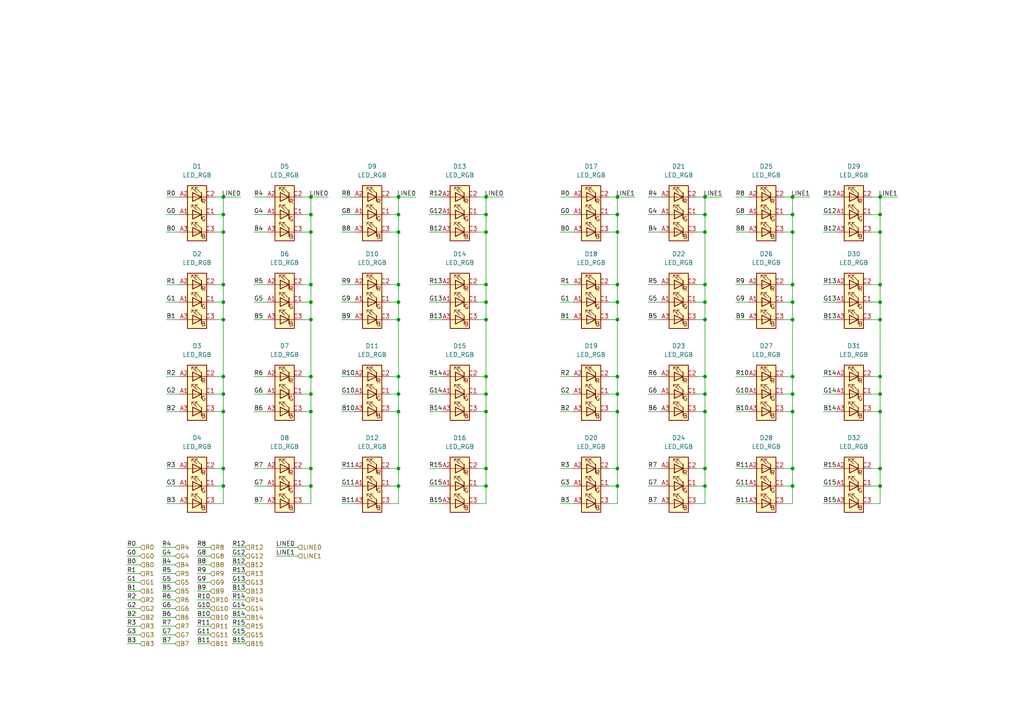
<source format=kicad_sch>
(kicad_sch (version 20250114) (generator "eeschema") (generator_version "9.0")
  (paper "A4")
  (lib_symbols
    (symbol "LRTBGVSR-4U4V-JW+8A8B-D8-3S4U-:LED_RGB" (pin_names (offset 0) (hide yes))
      (property "Reference" "D?" (at 0 13.97 0))
      (property "Value" "LED_RGB" (at 0 11.43 0))
      (symbol "LED_RGB_0_0"
        (text "R" (at -1.905 3.81 0) (effects (font (size 1.27 1.27))))
        (text "G" (at -1.905 -1.27 0) (effects (font (size 1.27 1.27))))
        (text "B" (at -1.905 -6.35 0) (effects (font (size 1.27 1.27))))
      )
      (symbol "LED_RGB_0_1"
        (polyline (pts (xy -1.27 6.35) (xy -1.27 3.81)) (stroke (width 0.254)))
        (polyline (pts (xy -1.27 6.35) (xy -1.27 3.81) (xy -1.27 3.81)))
        (polyline (pts (xy -1.27 5.08) (xy -2.54 5.08)))
        (polyline (pts (xy -1.27 5.08) (xy 1.27 5.08)))
        (polyline (pts (xy -1.27 1.27) (xy -1.27 -1.27)) (stroke (width 0.254)))
        (polyline (pts (xy -1.27 1.27) (xy -1.27 -1.27) (xy -1.27 -1.27)))
        (polyline (pts (xy -1.27 0) (xy -2.54 0)))
        (polyline (pts (xy -1.27 -3.81) (xy -1.27 -6.35)) (stroke (width 0.254)))
        (polyline (pts (xy -1.27 -5.08) (xy -2.54 -5.08)))
        (polyline (pts (xy -1.27 -5.08) (xy 1.27 -5.08)))
        (polyline (pts (xy -1.016 6.35) (xy 0.508 7.874) (xy -0.254 7.874) (xy 0.508 7.874) (xy 0.508 7.112)))
        (polyline (pts (xy -1.016 1.27) (xy 0.508 2.794) (xy -0.254 2.794) (xy 0.508 2.794) (xy 0.508 2.032)))
        (polyline (pts (xy -1.016 -3.81) (xy 0.508 -2.286) (xy -0.254 -2.286) (xy 0.508 -2.286) (xy 0.508 -3.048)))
        (polyline (pts (xy 0 6.35) (xy 1.524 7.874) (xy 0.762 7.874) (xy 1.524 7.874) (xy 1.524 7.112)))
        (polyline (pts (xy 0 1.27) (xy 1.524 2.794) (xy 0.762 2.794) (xy 1.524 2.794) (xy 1.524 2.032)))
        (polyline (pts (xy 0 -3.81) (xy 1.524 -2.286) (xy 0.762 -2.286) (xy 1.524 -2.286) (xy 1.524 -3.048)))
        (polyline (pts (xy 1.27 6.35) (xy 1.27 3.81) (xy -1.27 5.08) (xy 1.27 6.35)) (stroke (width 0.254)))
        (rectangle (start 1.27 6.35) (end 1.27 6.35))
        (polyline (pts (xy 1.27 5.08) (xy 2.54 5.08)))
        (rectangle (start 1.27 3.81) (end 1.27 6.35))
        (polyline (pts (xy 1.27 1.27) (xy 1.27 -1.27) (xy -1.27 0) (xy 1.27 1.27)) (stroke (width 0.254)))
        (rectangle (start 1.27 1.27) (end 1.27 1.27))
        (polyline (pts (xy 1.27 0) (xy -1.27 0)))
        (polyline (pts (xy 1.27 0) (xy 2.54 0)))
        (rectangle (start 1.27 -1.27) (end 1.27 1.27))
        (polyline (pts (xy 1.27 -3.81) (xy 1.27 -6.35) (xy -1.27 -5.08) (xy 1.27 -3.81)) (stroke (width 0.254)))
        (polyline (pts (xy 1.27 -5.08) (xy 2.54 -5.08)))
        (rectangle (start 2.794 8.382) (end -2.794 -7.62) (stroke (width 0.254)) (fill (type background)))
      )
      (symbol "LED_RGB_1_1"
        (pin passive line (at -5.08 5.08 0) (length 2.54) (name "RK") (number "C2"))
        (pin passive line (at -5.08 0 0) (length 2.54) (name "GK") (number "C1"))
        (pin passive line (at -5.08 -5.08 0) (length 2.54) (name "BK") (number "C3"))
        (pin passive line (at 5.08 5.08 180) (length 2.54) (name "RA") (number "A2"))
        (pin passive line (at 5.08 0 180) (length 2.54) (name "GA") (number "A1"))
        (pin passive line (at 5.08 -5.08 180) (length 2.54) (name "BA") (number "A3"))
      )
    )
  )
  (junction (at 90.17 114.3))
  (junction (at 90.17 67.31))
  (junction (at 229.87 87.63))
  (junction (at 229.87 109.22))
  (junction (at 179.07 57.15))
  (junction (at 229.87 114.3))
  (junction (at 64.77 135.89))
  (junction (at 115.57 109.22))
  (junction (at 255.27 114.3))
  (junction (at 204.47 57.15))
  (junction (at 204.47 114.3))
  (junction (at 229.87 119.38))
  (junction (at 140.97 82.55))
  (junction (at 90.17 109.22))
  (junction (at 179.07 82.55))
  (junction (at 204.47 87.63))
  (junction (at 115.57 140.97))
  (junction (at 140.97 109.22))
  (junction (at 115.57 114.3))
  (junction (at 64.77 62.23))
  (junction (at 64.77 87.63))
  (junction (at 90.17 87.63))
  (junction (at 255.27 67.31))
  (junction (at 115.57 82.55))
  (junction (at 179.07 87.63))
  (junction (at 204.47 92.71))
  (junction (at 115.57 62.23))
  (junction (at 140.97 67.31))
  (junction (at 90.17 82.55))
  (junction (at 204.47 82.55))
  (junction (at 115.57 87.63))
  (junction (at 255.27 82.55))
  (junction (at 179.07 109.22))
  (junction (at 179.07 119.38))
  (junction (at 255.27 135.89))
  (junction (at 90.17 62.23))
  (junction (at 64.77 109.22))
  (junction (at 90.17 92.71))
  (junction (at 255.27 57.15))
  (junction (at 115.57 67.31))
  (junction (at 229.87 62.23))
  (junction (at 179.07 114.3))
  (junction (at 229.87 140.97))
  (junction (at 115.57 119.38))
  (junction (at 204.47 67.31))
  (junction (at 179.07 92.71))
  (junction (at 229.87 92.71))
  (junction (at 64.77 92.71))
  (junction (at 229.87 82.55))
  (junction (at 64.77 119.38))
  (junction (at 90.17 140.97))
  (junction (at 64.77 67.31))
  (junction (at 140.97 135.89))
  (junction (at 140.97 92.71))
  (junction (at 229.87 135.89))
  (junction (at 140.97 114.3))
  (junction (at 90.17 119.38))
  (junction (at 255.27 87.63))
  (junction (at 204.47 135.89))
  (junction (at 255.27 109.22))
  (junction (at 204.47 109.22))
  (junction (at 204.47 140.97))
  (junction (at 64.77 114.3))
  (junction (at 179.07 62.23))
  (junction (at 204.47 119.38))
  (junction (at 179.07 135.89))
  (junction (at 229.87 67.31))
  (junction (at 140.97 62.23))
  (junction (at 115.57 57.15))
  (junction (at 204.47 62.23))
  (junction (at 255.27 140.97))
  (junction (at 64.77 140.97))
  (junction (at 64.77 82.55))
  (junction (at 115.57 135.89))
  (junction (at 115.57 92.71))
  (junction (at 229.87 57.15))
  (junction (at 140.97 87.63))
  (junction (at 255.27 92.71))
  (junction (at 90.17 57.15))
  (junction (at 140.97 140.97))
  (junction (at 255.27 119.38))
  (junction (at 179.07 67.31))
  (junction (at 64.77 57.15))
  (junction (at 90.17 135.89))
  (junction (at 140.97 119.38))
  (junction (at 255.27 62.23))
  (junction (at 140.97 57.15))
  (junction (at 179.07 140.97))
  (wire (pts (xy 46.99 184.15) (xy 50.8 184.15)))
  (wire (pts (xy 204.47 109.22) (xy 204.47 114.3)))
  (wire (pts (xy 204.47 82.55) (xy 201.93 82.55)))
  (wire (pts (xy 115.57 92.71) (xy 115.57 109.22)))
  (wire (pts (xy 255.27 57.15) (xy 252.73 57.15)))
  (wire (pts (xy 166.37 87.63) (xy 162.56 87.63)))
  (wire (pts (xy 128.27 92.71) (xy 124.46 92.71)))
  (wire (pts (xy 204.47 87.63) (xy 201.93 87.63)))
  (wire (pts (xy 191.77 140.97) (xy 187.96 140.97)))
  (wire (pts (xy 90.17 67.31) (xy 87.63 67.31)))
  (wire (pts (xy 36.83 179.07) (xy 40.64 179.07)))
  (wire (pts (xy 179.07 62.23) (xy 176.53 62.23)))
  (wire (pts (xy 115.57 67.31) (xy 113.03 67.31)))
  (wire (pts (xy 64.77 87.63) (xy 64.77 92.71)))
  (wire (pts (xy 229.87 114.3) (xy 229.87 119.38)))
  (wire (pts (xy 115.57 82.55) (xy 115.57 87.63)))
  (wire (pts (xy 36.83 176.53) (xy 40.64 176.53)))
  (wire (pts (xy 128.27 67.31) (xy 124.46 67.31)))
  (wire (pts (xy 229.87 67.31) (xy 227.33 67.31)))
  (wire (pts (xy 229.87 92.71) (xy 229.87 109.22)))
  (wire (pts (xy 115.57 119.38) (xy 115.57 135.89)))
  (wire (pts (xy 166.37 114.3) (xy 162.56 114.3)))
  (wire (pts (xy 229.87 92.71) (xy 227.33 92.71)))
  (wire (pts (xy 64.77 119.38) (xy 62.23 119.38)))
  (wire (pts (xy 255.27 146.05) (xy 252.73 146.05)))
  (wire (pts (xy 128.27 146.05) (xy 124.46 146.05)))
  (wire (pts (xy 204.47 57.15) (xy 201.93 57.15)))
  (wire (pts (xy 204.47 87.63) (xy 204.47 92.71)))
  (wire (pts (xy 166.37 140.97) (xy 162.56 140.97)))
  (wire (pts (xy 102.87 57.15) (xy 99.06 57.15)))
  (wire (pts (xy 204.47 119.38) (xy 201.93 119.38)))
  (wire (pts (xy 217.17 92.71) (xy 213.36 92.71)))
  (wire (pts (xy 64.77 67.31) (xy 62.23 67.31)))
  (wire (pts (xy 255.27 82.55) (xy 252.73 82.55)))
  (wire (pts (xy 140.97 87.63) (xy 140.97 92.71)))
  (wire (pts (xy 255.27 92.71) (xy 252.73 92.71)))
  (wire (pts (xy 46.99 173.99) (xy 50.8 173.99)))
  (wire (pts (xy 90.17 140.97) (xy 90.17 146.05)))
  (wire (pts (xy 77.47 114.3) (xy 73.66 114.3)))
  (wire (pts (xy 52.07 87.63) (xy 48.26 87.63)))
  (wire (pts (xy 128.27 119.38) (xy 124.46 119.38)))
  (wire (pts (xy 140.97 62.23) (xy 140.97 67.31)))
  (wire (pts (xy 57.15 161.29) (xy 60.96 161.29)))
  (wire (pts (xy 229.87 109.22) (xy 229.87 114.3)))
  (wire (pts (xy 64.77 109.22) (xy 62.23 109.22)))
  (wire (pts (xy 46.99 179.07) (xy 50.8 179.07)))
  (wire (pts (xy 140.97 82.55) (xy 140.97 87.63)))
  (wire (pts (xy 217.17 119.38) (xy 213.36 119.38)))
  (wire (pts (xy 179.07 57.15) (xy 176.53 57.15)))
  (wire (pts (xy 166.37 146.05) (xy 162.56 146.05)))
  (wire (pts (xy 52.07 57.15) (xy 48.26 57.15)))
  (wire (pts (xy 115.57 87.63) (xy 115.57 92.71)))
  (wire (pts (xy 52.07 119.38) (xy 48.26 119.38)))
  (wire (pts (xy 204.47 109.22) (xy 201.93 109.22)))
  (wire (pts (xy 191.77 67.31) (xy 187.96 67.31)))
  (wire (pts (xy 255.27 87.63) (xy 252.73 87.63)))
  (wire (pts (xy 204.47 62.23) (xy 204.47 67.31)))
  (wire (pts (xy 46.99 166.37) (xy 50.8 166.37)))
  (wire (pts (xy 57.15 186.69) (xy 60.96 186.69)))
  (wire (pts (xy 229.87 62.23) (xy 229.87 67.31)))
  (wire (pts (xy 77.47 119.38) (xy 73.66 119.38)))
  (wire (pts (xy 67.31 158.75) (xy 71.12 158.75)))
  (wire (pts (xy 90.17 87.63) (xy 87.63 87.63)))
  (wire (pts (xy 46.99 176.53) (xy 50.8 176.53)))
  (wire (pts (xy 242.57 62.23) (xy 238.76 62.23)))
  (wire (pts (xy 166.37 62.23) (xy 162.56 62.23)))
  (wire (pts (xy 64.77 82.55) (xy 64.77 87.63)))
  (wire (pts (xy 90.17 119.38) (xy 90.17 135.89)))
  (wire (pts (xy 57.15 173.99) (xy 60.96 173.99)))
  (wire (pts (xy 191.77 92.71) (xy 187.96 92.71)))
  (wire (pts (xy 128.27 57.15) (xy 124.46 57.15)))
  (wire (pts (xy 46.99 181.61) (xy 50.8 181.61)))
  (wire (pts (xy 102.87 87.63) (xy 99.06 87.63)))
  (wire (pts (xy 115.57 57.15) (xy 113.03 57.15)))
  (wire (pts (xy 140.97 87.63) (xy 138.43 87.63)))
  (wire (pts (xy 140.97 92.71) (xy 138.43 92.71)))
  (wire (pts (xy 191.77 57.15) (xy 187.96 57.15)))
  (wire (pts (xy 102.87 119.38) (xy 99.06 119.38)))
  (wire (pts (xy 242.57 87.63) (xy 238.76 87.63)))
  (wire (pts (xy 64.77 114.3) (xy 62.23 114.3)))
  (wire (pts (xy 115.57 92.71) (xy 113.03 92.71)))
  (wire (pts (xy 217.17 146.05) (xy 213.36 146.05)))
  (wire (pts (xy 115.57 114.3) (xy 113.03 114.3)))
  (wire (pts (xy 140.97 57.15) (xy 146.05 57.15)))
  (wire (pts (xy 229.87 67.31) (xy 229.87 82.55)))
  (wire (pts (xy 90.17 109.22) (xy 87.63 109.22)))
  (wire (pts (xy 46.99 163.83) (xy 50.8 163.83)))
  (wire (pts (xy 90.17 92.71) (xy 90.17 109.22)))
  (wire (pts (xy 77.47 87.63) (xy 73.66 87.63)))
  (wire (pts (xy 255.27 57.15) (xy 260.35 57.15)))
  (wire (pts (xy 229.87 62.23) (xy 227.33 62.23)))
  (wire (pts (xy 115.57 140.97) (xy 115.57 146.05)))
  (wire (pts (xy 128.27 82.55) (xy 124.46 82.55)))
  (wire (pts (xy 217.17 57.15) (xy 213.36 57.15)))
  (wire (pts (xy 217.17 87.63) (xy 213.36 87.63)))
  (wire (pts (xy 77.47 62.23) (xy 73.66 62.23)))
  (wire (pts (xy 64.77 92.71) (xy 64.77 109.22)))
  (wire (pts (xy 64.77 62.23) (xy 62.23 62.23)))
  (wire (pts (xy 77.47 140.97) (xy 73.66 140.97)))
  (wire (pts (xy 36.83 171.45) (xy 40.64 171.45)))
  (wire (pts (xy 140.97 62.23) (xy 138.43 62.23)))
  (wire (pts (xy 115.57 140.97) (xy 113.03 140.97)))
  (wire (pts (xy 255.27 57.15) (xy 255.27 62.23)))
  (wire (pts (xy 204.47 67.31) (xy 201.93 67.31)))
  (wire (pts (xy 179.07 62.23) (xy 179.07 67.31)))
  (wire (pts (xy 128.27 135.89) (xy 124.46 135.89)))
  (wire (pts (xy 191.77 62.23) (xy 187.96 62.23)))
  (wire (pts (xy 67.31 184.15) (xy 71.12 184.15)))
  (wire (pts (xy 179.07 114.3) (xy 179.07 119.38)))
  (wire (pts (xy 57.15 179.07) (xy 60.96 179.07)))
  (wire (pts (xy 90.17 67.31) (xy 90.17 82.55)))
  (wire (pts (xy 52.07 82.55) (xy 48.26 82.55)))
  (wire (pts (xy 140.97 82.55) (xy 138.43 82.55)))
  (wire (pts (xy 179.07 92.71) (xy 179.07 109.22)))
  (wire (pts (xy 102.87 114.3) (xy 99.06 114.3)))
  (wire (pts (xy 90.17 119.38) (xy 87.63 119.38)))
  (wire (pts (xy 64.77 82.55) (xy 62.23 82.55)))
  (wire (pts (xy 179.07 92.71) (xy 176.53 92.71)))
  (wire (pts (xy 255.27 114.3) (xy 252.73 114.3)))
  (wire (pts (xy 90.17 82.55) (xy 87.63 82.55)))
  (wire (pts (xy 46.99 186.69) (xy 50.8 186.69)))
  (wire (pts (xy 229.87 119.38) (xy 227.33 119.38)))
  (wire (pts (xy 229.87 140.97) (xy 229.87 146.05)))
  (wire (pts (xy 102.87 62.23) (xy 99.06 62.23)))
  (wire (pts (xy 217.17 67.31) (xy 213.36 67.31)))
  (wire (pts (xy 140.97 57.15) (xy 138.43 57.15)))
  (wire (pts (xy 179.07 82.55) (xy 179.07 87.63)))
  (wire (pts (xy 204.47 135.89) (xy 204.47 140.97)))
  (wire (pts (xy 204.47 140.97) (xy 201.93 140.97)))
  (wire (pts (xy 179.07 140.97) (xy 176.53 140.97)))
  (wire (pts (xy 128.27 140.97) (xy 124.46 140.97)))
  (wire (pts (xy 204.47 135.89) (xy 201.93 135.89)))
  (wire (pts (xy 57.15 168.91) (xy 60.96 168.91)))
  (wire (pts (xy 179.07 87.63) (xy 179.07 92.71)))
  (wire (pts (xy 140.97 109.22) (xy 138.43 109.22)))
  (wire (pts (xy 64.77 62.23) (xy 64.77 67.31)))
  (wire (pts (xy 229.87 135.89) (xy 229.87 140.97)))
  (wire (pts (xy 128.27 62.23) (xy 124.46 62.23)))
  (wire (pts (xy 255.27 119.38) (xy 252.73 119.38)))
  (wire (pts (xy 179.07 114.3) (xy 176.53 114.3)))
  (wire (pts (xy 191.77 87.63) (xy 187.96 87.63)))
  (wire (pts (xy 229.87 57.15) (xy 234.95 57.15)))
  (wire (pts (xy 255.27 62.23) (xy 252.73 62.23)))
  (wire (pts (xy 64.77 146.05) (xy 62.23 146.05)))
  (wire (pts (xy 229.87 119.38) (xy 229.87 135.89)))
  (wire (pts (xy 90.17 114.3) (xy 87.63 114.3)))
  (wire (pts (xy 67.31 168.91) (xy 71.12 168.91)))
  (wire (pts (xy 255.27 87.63) (xy 255.27 92.71)))
  (wire (pts (xy 179.07 67.31) (xy 179.07 82.55)))
  (wire (pts (xy 64.77 109.22) (xy 64.77 114.3)))
  (wire (pts (xy 179.07 140.97) (xy 179.07 146.05)))
  (wire (pts (xy 229.87 82.55) (xy 227.33 82.55)))
  (wire (pts (xy 179.07 146.05) (xy 176.53 146.05)))
  (wire (pts (xy 242.57 92.71) (xy 238.76 92.71)))
  (wire (pts (xy 140.97 67.31) (xy 138.43 67.31)))
  (wire (pts (xy 115.57 57.15) (xy 120.65 57.15)))
  (wire (pts (xy 255.27 92.71) (xy 255.27 109.22)))
  (wire (pts (xy 204.47 114.3) (xy 204.47 119.38)))
  (wire (pts (xy 57.15 158.75) (xy 60.96 158.75)))
  (wire (pts (xy 128.27 109.22) (xy 124.46 109.22)))
  (wire (pts (xy 64.77 87.63) (xy 62.23 87.63)))
  (wire (pts (xy 255.27 109.22) (xy 252.73 109.22)))
  (wire (pts (xy 57.15 171.45) (xy 60.96 171.45)))
  (wire (pts (xy 46.99 161.29) (xy 50.8 161.29)))
  (wire (pts (xy 57.15 176.53) (xy 60.96 176.53)))
  (wire (pts (xy 191.77 119.38) (xy 187.96 119.38)))
  (wire (pts (xy 140.97 109.22) (xy 140.97 114.3)))
  (wire (pts (xy 102.87 67.31) (xy 99.06 67.31)))
  (wire (pts (xy 140.97 119.38) (xy 138.43 119.38)))
  (wire (pts (xy 67.31 161.29) (xy 71.12 161.29)))
  (wire (pts (xy 115.57 135.89) (xy 115.57 140.97)))
  (wire (pts (xy 255.27 135.89) (xy 252.73 135.89)))
  (wire (pts (xy 102.87 82.55) (xy 99.06 82.55)))
  (wire (pts (xy 255.27 62.23) (xy 255.27 67.31)))
  (wire (pts (xy 204.47 140.97) (xy 204.47 146.05)))
  (wire (pts (xy 90.17 114.3) (xy 90.17 119.38)))
  (wire (pts (xy 115.57 82.55) (xy 113.03 82.55)))
  (wire (pts (xy 52.07 109.22) (xy 48.26 109.22)))
  (wire (pts (xy 64.77 119.38) (xy 64.77 135.89)))
  (wire (pts (xy 204.47 57.15) (xy 209.55 57.15)))
  (wire (pts (xy 90.17 92.71) (xy 87.63 92.71)))
  (wire (pts (xy 204.47 114.3) (xy 201.93 114.3)))
  (wire (pts (xy 242.57 140.97) (xy 238.76 140.97)))
  (wire (pts (xy 255.27 114.3) (xy 255.27 119.38)))
  (wire (pts (xy 255.27 119.38) (xy 255.27 135.89)))
  (wire (pts (xy 115.57 135.89) (xy 113.03 135.89)))
  (wire (pts (xy 80.01 161.29) (xy 86.36 161.29)))
  (wire (pts (xy 140.97 135.89) (xy 138.43 135.89)))
  (wire (pts (xy 217.17 135.89) (xy 213.36 135.89)))
  (wire (pts (xy 115.57 109.22) (xy 113.03 109.22)))
  (wire (pts (xy 140.97 135.89) (xy 140.97 140.97)))
  (wire (pts (xy 64.77 57.15) (xy 64.77 62.23)))
  (wire (pts (xy 115.57 109.22) (xy 115.57 114.3)))
  (wire (pts (xy 255.27 67.31) (xy 255.27 82.55)))
  (wire (pts (xy 90.17 57.15) (xy 87.63 57.15)))
  (wire (pts (xy 102.87 146.05) (xy 99.06 146.05)))
  (wire (pts (xy 52.07 67.31) (xy 48.26 67.31)))
  (wire (pts (xy 115.57 62.23) (xy 113.03 62.23)))
  (wire (pts (xy 90.17 82.55) (xy 90.17 87.63)))
  (wire (pts (xy 77.47 146.05) (xy 73.66 146.05)))
  (wire (pts (xy 204.47 146.05) (xy 201.93 146.05)))
  (wire (pts (xy 179.07 57.15) (xy 184.15 57.15)))
  (wire (pts (xy 67.31 186.69) (xy 71.12 186.69)))
  (wire (pts (xy 217.17 109.22) (xy 213.36 109.22)))
  (wire (pts (xy 204.47 92.71) (xy 201.93 92.71)))
  (wire (pts (xy 90.17 135.89) (xy 90.17 140.97)))
  (wire (pts (xy 179.07 87.63) (xy 176.53 87.63)))
  (wire (pts (xy 115.57 119.38) (xy 113.03 119.38)))
  (wire (pts (xy 80.01 158.75) (xy 86.36 158.75)))
  (wire (pts (xy 36.83 186.69) (xy 40.64 186.69)))
  (wire (pts (xy 77.47 57.15) (xy 73.66 57.15)))
  (wire (pts (xy 57.15 166.37) (xy 60.96 166.37)))
  (wire (pts (xy 191.77 114.3) (xy 187.96 114.3)))
  (wire (pts (xy 242.57 119.38) (xy 238.76 119.38)))
  (wire (pts (xy 242.57 82.55) (xy 238.76 82.55)))
  (wire (pts (xy 255.27 135.89) (xy 255.27 140.97)))
  (wire (pts (xy 166.37 119.38) (xy 162.56 119.38)))
  (wire (pts (xy 128.27 87.63) (xy 124.46 87.63)))
  (wire (pts (xy 179.07 135.89) (xy 179.07 140.97)))
  (wire (pts (xy 229.87 57.15) (xy 229.87 62.23)))
  (wire (pts (xy 166.37 67.31) (xy 162.56 67.31)))
  (wire (pts (xy 140.97 140.97) (xy 138.43 140.97)))
  (wire (pts (xy 179.07 67.31) (xy 176.53 67.31)))
  (wire (pts (xy 242.57 146.05) (xy 238.76 146.05)))
  (wire (pts (xy 52.07 92.71) (xy 48.26 92.71)))
  (wire (pts (xy 115.57 57.15) (xy 115.57 62.23)))
  (wire (pts (xy 217.17 140.97) (xy 213.36 140.97)))
  (wire (pts (xy 140.97 119.38) (xy 140.97 135.89)))
  (wire (pts (xy 57.15 181.61) (xy 60.96 181.61)))
  (wire (pts (xy 52.07 140.97) (xy 48.26 140.97)))
  (wire (pts (xy 140.97 146.05) (xy 138.43 146.05)))
  (wire (pts (xy 166.37 135.89) (xy 162.56 135.89)))
  (wire (pts (xy 102.87 109.22) (xy 99.06 109.22)))
  (wire (pts (xy 57.15 184.15) (xy 60.96 184.15)))
  (wire (pts (xy 191.77 135.89) (xy 187.96 135.89)))
  (wire (pts (xy 229.87 57.15) (xy 227.33 57.15)))
  (wire (pts (xy 191.77 109.22) (xy 187.96 109.22)))
  (wire (pts (xy 64.77 135.89) (xy 62.23 135.89)))
  (wire (pts (xy 179.07 109.22) (xy 176.53 109.22)))
  (wire (pts (xy 90.17 57.15) (xy 90.17 62.23)))
  (wire (pts (xy 229.87 114.3) (xy 227.33 114.3)))
  (wire (pts (xy 128.27 114.3) (xy 124.46 114.3)))
  (wire (pts (xy 52.07 114.3) (xy 48.26 114.3)))
  (wire (pts (xy 64.77 67.31) (xy 64.77 82.55)))
  (wire (pts (xy 255.27 140.97) (xy 255.27 146.05)))
  (wire (pts (xy 36.83 184.15) (xy 40.64 184.15)))
  (wire (pts (xy 179.07 109.22) (xy 179.07 114.3)))
  (wire (pts (xy 140.97 114.3) (xy 138.43 114.3)))
  (wire (pts (xy 46.99 171.45) (xy 50.8 171.45)))
  (wire (pts (xy 204.47 62.23) (xy 201.93 62.23)))
  (wire (pts (xy 90.17 57.15) (xy 95.25 57.15)))
  (wire (pts (xy 179.07 57.15) (xy 179.07 62.23)))
  (wire (pts (xy 52.07 135.89) (xy 48.26 135.89)))
  (wire (pts (xy 140.97 67.31) (xy 140.97 82.55)))
  (wire (pts (xy 255.27 109.22) (xy 255.27 114.3)))
  (wire (pts (xy 90.17 140.97) (xy 87.63 140.97)))
  (wire (pts (xy 140.97 140.97) (xy 140.97 146.05)))
  (wire (pts (xy 204.47 92.71) (xy 204.47 109.22)))
  (wire (pts (xy 36.83 163.83) (xy 40.64 163.83)))
  (wire (pts (xy 140.97 92.71) (xy 140.97 109.22)))
  (wire (pts (xy 90.17 62.23) (xy 87.63 62.23)))
  (wire (pts (xy 191.77 146.05) (xy 187.96 146.05)))
  (wire (pts (xy 204.47 67.31) (xy 204.47 82.55)))
  (wire (pts (xy 52.07 146.05) (xy 48.26 146.05)))
  (wire (pts (xy 102.87 92.71) (xy 99.06 92.71)))
  (wire (pts (xy 242.57 67.31) (xy 238.76 67.31)))
  (wire (pts (xy 115.57 67.31) (xy 115.57 82.55)))
  (wire (pts (xy 191.77 82.55) (xy 187.96 82.55)))
  (wire (pts (xy 90.17 135.89) (xy 87.63 135.89)))
  (wire (pts (xy 36.83 166.37) (xy 40.64 166.37)))
  (wire (pts (xy 57.15 163.83) (xy 60.96 163.83)))
  (wire (pts (xy 229.87 140.97) (xy 227.33 140.97)))
  (wire (pts (xy 229.87 146.05) (xy 227.33 146.05)))
  (wire (pts (xy 64.77 92.71) (xy 62.23 92.71)))
  (wire (pts (xy 115.57 62.23) (xy 115.57 67.31)))
  (wire (pts (xy 36.83 181.61) (xy 40.64 181.61)))
  (wire (pts (xy 67.31 176.53) (xy 71.12 176.53)))
  (wire (pts (xy 77.47 92.71) (xy 73.66 92.71)))
  (wire (pts (xy 77.47 135.89) (xy 73.66 135.89)))
  (wire (pts (xy 204.47 82.55) (xy 204.47 87.63)))
  (wire (pts (xy 90.17 146.05) (xy 87.63 146.05)))
  (wire (pts (xy 179.07 82.55) (xy 176.53 82.55)))
  (wire (pts (xy 255.27 140.97) (xy 252.73 140.97)))
  (wire (pts (xy 90.17 109.22) (xy 90.17 114.3)))
  (wire (pts (xy 140.97 114.3) (xy 140.97 119.38)))
  (wire (pts (xy 102.87 135.89) (xy 99.06 135.89)))
  (wire (pts (xy 166.37 82.55) (xy 162.56 82.55)))
  (wire (pts (xy 140.97 57.15) (xy 140.97 62.23)))
  (wire (pts (xy 46.99 158.75) (xy 50.8 158.75)))
  (wire (pts (xy 64.77 57.15) (xy 62.23 57.15)))
  (wire (pts (xy 77.47 109.22) (xy 73.66 109.22)))
  (wire (pts (xy 242.57 109.22) (xy 238.76 109.22)))
  (wire (pts (xy 166.37 109.22) (xy 162.56 109.22)))
  (wire (pts (xy 242.57 57.15) (xy 238.76 57.15)))
  (wire (pts (xy 64.77 140.97) (xy 62.23 140.97)))
  (wire (pts (xy 67.31 171.45) (xy 71.12 171.45)))
  (wire (pts (xy 229.87 109.22) (xy 227.33 109.22)))
  (wire (pts (xy 217.17 114.3) (xy 213.36 114.3)))
  (wire (pts (xy 77.47 82.55) (xy 73.66 82.55)))
  (wire (pts (xy 179.07 119.38) (xy 179.07 135.89)))
  (wire (pts (xy 36.83 161.29) (xy 40.64 161.29)))
  (wire (pts (xy 229.87 87.63) (xy 229.87 92.71)))
  (wire (pts (xy 36.83 158.75) (xy 40.64 158.75)))
  (wire (pts (xy 46.99 168.91) (xy 50.8 168.91)))
  (wire (pts (xy 102.87 140.97) (xy 99.06 140.97)))
  (wire (pts (xy 229.87 135.89) (xy 227.33 135.89)))
  (wire (pts (xy 166.37 57.15) (xy 162.56 57.15)))
  (wire (pts (xy 217.17 62.23) (xy 213.36 62.23)))
  (wire (pts (xy 229.87 87.63) (xy 227.33 87.63)))
  (wire (pts (xy 115.57 114.3) (xy 115.57 119.38)))
  (wire (pts (xy 67.31 179.07) (xy 71.12 179.07)))
  (wire (pts (xy 115.57 146.05) (xy 113.03 146.05)))
  (wire (pts (xy 242.57 135.89) (xy 238.76 135.89)))
  (wire (pts (xy 64.77 135.89) (xy 64.77 140.97)))
  (wire (pts (xy 36.83 168.91) (xy 40.64 168.91)))
  (wire (pts (xy 52.07 62.23) (xy 48.26 62.23)))
  (wire (pts (xy 204.47 57.15) (xy 204.47 62.23)))
  (wire (pts (xy 90.17 87.63) (xy 90.17 92.71)))
  (wire (pts (xy 67.31 173.99) (xy 71.12 173.99)))
  (wire (pts (xy 242.57 114.3) (xy 238.76 114.3)))
  (wire (pts (xy 67.31 163.83) (xy 71.12 163.83)))
  (wire (pts (xy 64.77 114.3) (xy 64.77 119.38)))
  (wire (pts (xy 36.83 173.99) (xy 40.64 173.99)))
  (wire (pts (xy 217.17 82.55) (xy 213.36 82.55)))
  (wire (pts (xy 255.27 67.31) (xy 252.73 67.31)))
  (wire (pts (xy 179.07 119.38) (xy 176.53 119.38)))
  (wire (pts (xy 67.31 166.37) (xy 71.12 166.37)))
  (wire (pts (xy 77.47 67.31) (xy 73.66 67.31)))
  (wire (pts (xy 67.31 181.61) (xy 71.12 181.61)))
  (wire (pts (xy 204.47 119.38) (xy 204.47 135.89)))
  (wire (pts (xy 64.77 140.97) (xy 64.77 146.05)))
  (wire (pts (xy 229.87 82.55) (xy 229.87 87.63)))
  (wire (pts (xy 255.27 82.55) (xy 255.27 87.63)))
  (wire (pts (xy 179.07 135.89) (xy 176.53 135.89)))
  (wire (pts (xy 64.77 57.15) (xy 69.85 57.15)))
  (wire (pts (xy 90.17 62.23) (xy 90.17 67.31)))
  (wire (pts (xy 115.57 87.63) (xy 113.03 87.63)))
  (wire (pts (xy 166.37 92.71) (xy 162.56 92.71)))
  (label "R9" (at 99.06 82.55 0))
  (label "G2" (at 48.26 114.3 0))
  (label "B3" (at 162.56 146.05 0))
  (label "B3" (at 48.26 146.05 0))
  (label "G0" (at 48.26 62.23 0))
  (label "G8" (at 213.36 62.23 0))
  (label "R15" (at 238.76 135.89 0))
  (label "R5" (at 187.96 82.55 0))
  (label "B9" (at 213.36 92.71 0))
  (label "R12" (at 124.46 57.15 0))
  (label "G11" (at 99.06 140.97 0))
  (label "R5" (at 73.66 82.55 0))
  (label "G2" (at 36.83 176.53 0))
  (label "LINE1" (at 234.95 57.15 180))
  (label "R4" (at 46.99 158.75 0))
  (label "B4" (at 73.66 67.31 0))
  (label "B12" (at 124.46 67.31 0))
  (label "R9" (at 57.15 166.37 0))
  (label "R15" (at 67.31 181.61 0))
  (label "R1" (at 48.26 82.55 0))
  (label "G1" (at 48.26 87.63 0))
  (label "R14" (at 124.46 109.22 0))
  (label "B13" (at 67.31 171.45 0))
  (label "R9" (at 213.36 82.55 0))
  (label "B2" (at 162.56 119.38 0))
  (label "B5" (at 73.66 92.71 0))
  (label "G2" (at 162.56 114.3 0))
  (label "R11" (at 213.36 135.89 0))
  (label "B15" (at 238.76 146.05 0))
  (label "R15" (at 124.46 135.89 0))
  (label "R14" (at 238.76 109.22 0))
  (label "G3" (at 48.26 140.97 0))
  (label "B2" (at 36.83 179.07 0))
  (label "B8" (at 213.36 67.31 0))
  (label "B5" (at 187.96 92.71 0))
  (label "B1" (at 162.56 92.71 0))
  (label "G5" (at 73.66 87.63 0))
  (label "B10" (at 213.36 119.38 0))
  (label "G4" (at 187.96 62.23 0))
  (label "G0" (at 36.83 161.29 0))
  (label "LINE0" (at 80.01 158.75 0))
  (label "G14" (at 124.46 114.3 0))
  (label "B11" (at 57.15 186.69 0))
  (label "R7" (at 73.66 135.89 0))
  (label "B4" (at 46.99 163.83 0))
  (label "B4" (at 187.96 67.31 0))
  (label "G8" (at 57.15 161.29 0))
  (label "B8" (at 57.15 163.83 0))
  (label "R2" (at 36.83 173.99 0))
  (label "R0" (at 162.56 57.15 0))
  (label "G10" (at 213.36 114.3 0))
  (label "G10" (at 57.15 176.53 0))
  (label "B3" (at 36.83 186.69 0))
  (label "LINE1" (at 80.01 161.29 0))
  (label "R10" (at 99.06 109.22 0))
  (label "G7" (at 73.66 140.97 0))
  (label "R7" (at 46.99 181.61 0))
  (label "G1" (at 162.56 87.63 0))
  (label "LINE0" (at 69.85 57.15 180))
  (label "B6" (at 46.99 179.07 0))
  (label "G6" (at 187.96 114.3 0))
  (label "B7" (at 46.99 186.69 0))
  (label "B10" (at 99.06 119.38 0))
  (label "G11" (at 57.15 184.15 0))
  (label "R6" (at 73.66 109.22 0))
  (label "G10" (at 99.06 114.3 0))
  (label "B9" (at 57.15 171.45 0))
  (label "G1" (at 36.83 168.91 0))
  (label "B13" (at 238.76 92.71 0))
  (label "R6" (at 187.96 109.22 0))
  (label "G13" (at 238.76 87.63 0))
  (label "R1" (at 36.83 166.37 0))
  (label "B6" (at 187.96 119.38 0))
  (label "G3" (at 36.83 184.15 0))
  (label "R1" (at 162.56 82.55 0))
  (label "B9" (at 99.06 92.71 0))
  (label "R5" (at 46.99 166.37 0))
  (label "R3" (at 36.83 181.61 0))
  (label "B7" (at 187.96 146.05 0))
  (label "G15" (at 238.76 140.97 0))
  (label "R7" (at 187.96 135.89 0))
  (label "G4" (at 46.99 161.29 0))
  (label "R3" (at 48.26 135.89 0))
  (label "G5" (at 187.96 87.63 0))
  (label "LINE0" (at 95.25 57.15 180))
  (label "B6" (at 73.66 119.38 0))
  (label "G7" (at 187.96 140.97 0))
  (label "B7" (at 73.66 146.05 0))
  (label "B14" (at 67.31 179.07 0))
  (label "G9" (at 57.15 168.91 0))
  (label "R11" (at 99.06 135.89 0))
  (label "G9" (at 99.06 87.63 0))
  (label "G3" (at 162.56 140.97 0))
  (label "B13" (at 124.46 92.71 0))
  (label "B14" (at 238.76 119.38 0))
  (label "G12" (at 67.31 161.29 0))
  (label "G12" (at 238.76 62.23 0))
  (label "R13" (at 124.46 82.55 0))
  (label "B11" (at 213.36 146.05 0))
  (label "R6" (at 46.99 173.99 0))
  (label "B2" (at 48.26 119.38 0))
  (label "R11" (at 57.15 181.61 0))
  (label "LINE1" (at 260.35 57.15 180))
  (label "B8" (at 99.06 67.31 0))
  (label "B12" (at 67.31 163.83 0))
  (label "B14" (at 124.46 119.38 0))
  (label "R13" (at 67.31 166.37 0))
  (label "G11" (at 213.36 140.97 0))
  (label "B1" (at 48.26 92.71 0))
  (label "R13" (at 238.76 82.55 0))
  (label "G13" (at 67.31 168.91 0))
  (label "G8" (at 99.06 62.23 0))
  (label "R0" (at 48.26 57.15 0))
  (label "B0" (at 36.83 163.83 0))
  (label "R4" (at 187.96 57.15 0))
  (label "G15" (at 67.31 184.15 0))
  (label "B0" (at 48.26 67.31 0))
  (label "B11" (at 99.06 146.05 0))
  (label "LINE0" (at 146.05 57.15 180))
  (label "G15" (at 124.46 140.97 0))
  (label "G0" (at 162.56 62.23 0))
  (label "G6" (at 46.99 176.53 0))
  (label "G13" (at 124.46 87.63 0))
  (label "G5" (at 46.99 168.91 0))
  (label "B15" (at 124.46 146.05 0))
  (label "R12" (at 238.76 57.15 0))
  (label "B10" (at 57.15 179.07 0))
  (label "R8" (at 99.06 57.15 0))
  (label "LINE1" (at 209.55 57.15 180))
  (label "R14" (at 67.31 173.99 0))
  (label "B15" (at 67.31 186.69 0))
  (label "G9" (at 213.36 87.63 0))
  (label "R3" (at 162.56 135.89 0))
  (label "R10" (at 57.15 173.99 0))
  (label "B12" (at 238.76 67.31 0))
  (label "R8" (at 57.15 158.75 0))
  (label "R0" (at 36.83 158.75 0))
  (label "G14" (at 67.31 176.53 0))
  (label "G6" (at 73.66 114.3 0))
  (label "R2" (at 162.56 109.22 0))
  (label "LINE1" (at 184.15 57.15 180))
  (label "B0" (at 162.56 67.31 0))
  (label "B1" (at 36.83 171.45 0))
  (label "G4" (at 73.66 62.23 0))
  (label "G14" (at 238.76 114.3 0))
  (label "B5" (at 46.99 171.45 0))
  (label "R2" (at 48.26 109.22 0))
  (label "R4" (at 73.66 57.15 0))
  (label "G7" (at 46.99 184.15 0))
  (label "LINE0" (at 120.65 57.15 180))
  (label "R8" (at 213.36 57.15 0))
  (label "R12" (at 67.31 158.75 0))
  (label "G12" (at 124.46 62.23 0))
  (label "R10" (at 213.36 109.22 0))
  (hierarchical_label "G15" (shape input) (at 71.12 184.15 0))
  (hierarchical_label "G7" (shape input) (at 50.8 184.15 0))
  (hierarchical_label "B15" (shape input) (at 71.12 186.69 0))
  (hierarchical_label "R1" (shape input) (at 40.64 166.37 0))
  (hierarchical_label "G6" (shape input) (at 50.8 176.53 0))
  (hierarchical_label "R7" (shape input) (at 50.8 181.61 0))
  (hierarchical_label "R5" (shape input) (at 50.8 166.37 0))
  (hierarchical_label "R10" (shape input) (at 60.96 173.99 0))
  (hierarchical_label "R4" (shape input) (at 50.8 158.75 0))
  (hierarchical_label "R0" (shape input) (at 40.64 158.75 0))
  (hierarchical_label "G2" (shape input) (at 40.64 176.53 0))
  (hierarchical_label "G10" (shape input) (at 60.96 176.53 0))
  (hierarchical_label "R13" (shape input) (at 71.12 166.37 0))
  (hierarchical_label "G13" (shape input) (at 71.12 168.91 0))
  (hierarchical_label "B4" (shape input) (at 50.8 163.83 0))
  (hierarchical_label "B8" (shape input) (at 60.96 163.83 0))
  (hierarchical_label "B1" (shape input) (at 40.64 171.45 0))
  (hierarchical_label "LINE1" (shape input) (at 86.36 161.29 0))
  (hierarchical_label "R3" (shape input) (at 40.64 181.61 0))
  (hierarchical_label "G11" (shape input) (at 60.96 184.15 0))
  (hierarchical_label "B10" (shape input) (at 60.96 179.07 0))
  (hierarchical_label "R9" (shape input) (at 60.96 166.37 0))
  (hierarchical_label "B6" (shape input) (at 50.8 179.07 0))
  (hierarchical_label "R8" (shape input) (at 60.96 158.75 0))
  (hierarchical_label "B7" (shape input) (at 50.8 186.69 0))
  (hierarchical_label "R6" (shape input) (at 50.8 173.99 0))
  (hierarchical_label "B13" (shape input) (at 71.12 171.45 0))
  (hierarchical_label "R12" (shape input) (at 71.12 158.75 0))
  (hierarchical_label "G5" (shape input) (at 50.8 168.91 0))
  (hierarchical_label "B11" (shape input) (at 60.96 186.69 0))
  (hierarchical_label "G8" (shape input) (at 60.96 161.29 0))
  (hierarchical_label "R2" (shape input) (at 40.64 173.99 0))
  (hierarchical_label "R11" (shape input) (at 60.96 181.61 0))
  (hierarchical_label "G4" (shape input) (at 50.8 161.29 0))
  (hierarchical_label "B2" (shape input) (at 40.64 179.07 0))
  (hierarchical_label "G12" (shape input) (at 71.12 161.29 0))
  (hierarchical_label "G1" (shape input) (at 40.64 168.91 0))
  (hierarchical_label "G3" (shape input) (at 40.64 184.15 0))
  (hierarchical_label "LINE0" (shape input) (at 86.36 158.75 0))
  (hierarchical_label "B14" (shape input) (at 71.12 179.07 0))
  (hierarchical_label "R14" (shape input) (at 71.12 173.99 0))
  (hierarchical_label "R15" (shape input) (at 71.12 181.61 0))
  (hierarchical_label "B12" (shape input) (at 71.12 163.83 0))
  (hierarchical_label "G14" (shape input) (at 71.12 176.53 0))
  (hierarchical_label "B9" (shape input) (at 60.96 171.45 0))
  (hierarchical_label "B3" (shape input) (at 40.64 186.69 0))
  (hierarchical_label "G0" (shape input) (at 40.64 161.29 0))
  (hierarchical_label "B5" (shape input) (at 50.8 171.45 0))
  (hierarchical_label "B0" (shape input) (at 40.64 163.83 0))
  (hierarchical_label "G9" (shape input) (at 60.96 168.91 0))
  (symbol (lib_id "LRTBGVSR-4U4V-JW+8A8B-D8-3S4U-:LED_RGB") (at 171.45 87.63 0) (mirror y) (unit 1)
    (property "Reference" "D18" (at 171.45 73.66 0))
    (property "Value" "LED_RGB" (at 171.45 76.2 0))
    (property "Footprint" "LRTBGVSR-4U4V-JW+8A8B-D8-3S4U-7Z:LRTBGVSR4U4VJW8A8BD83S4U7Z" (effects (hide yes)))
    (property "Description" "RGB LED, 6 pin package" (effects (hide yes)))
  )
  (symbol (lib_id "LRTBGVSR-4U4V-JW+8A8B-D8-3S4U-:LED_RGB") (at 133.35 140.97 0) (mirror y) (unit 1)
    (property "Reference" "D16" (at 133.35 127 0))
    (property "Value" "LED_RGB" (at 133.35 129.54 0))
    (property "Footprint" "LRTBGVSR-4U4V-JW+8A8B-D8-3S4U-7Z:LRTBGVSR4U4VJW8A8BD83S4U7Z" (effects (hide yes)))
    (property "Description" "RGB LED, 6 pin package" (effects (hide yes)))
  )
  (symbol (lib_id "LRTBGVSR-4U4V-JW+8A8B-D8-3S4U-:LED_RGB") (at 82.55 62.23 0) (mirror y) (unit 1)
    (property "Reference" "D5" (at 82.55 48.26 0))
    (property "Value" "LED_RGB" (at 82.55 50.8 0))
    (property "Footprint" "LRTBGVSR-4U4V-JW+8A8B-D8-3S4U-7Z:LRTBGVSR4U4VJW8A8BD83S4U7Z" (effects (hide yes)))
    (property "Description" "RGB LED, 6 pin package" (effects (hide yes)))
  )
  (symbol (lib_id "LRTBGVSR-4U4V-JW+8A8B-D8-3S4U-:LED_RGB") (at 196.85 87.63 0) (mirror y) (unit 1)
    (property "Reference" "D22" (at 196.85 73.66 0))
    (property "Value" "LED_RGB" (at 196.85 76.2 0))
    (property "Footprint" "LRTBGVSR-4U4V-JW+8A8B-D8-3S4U-7Z:LRTBGVSR4U4VJW8A8BD83S4U7Z" (effects (hide yes)))
    (property "Description" "RGB LED, 6 pin package" (effects (hide yes)))
  )
  (symbol (lib_id "LRTBGVSR-4U4V-JW+8A8B-D8-3S4U-:LED_RGB") (at 247.65 62.23 0) (mirror y) (unit 1)
    (property "Reference" "D29" (at 247.65 48.26 0))
    (property "Value" "LED_RGB" (at 247.65 50.8 0))
    (property "Footprint" "LRTBGVSR-4U4V-JW+8A8B-D8-3S4U-7Z:LRTBGVSR4U4VJW8A8BD83S4U7Z" (effects (hide yes)))
    (property "Description" "RGB LED, 6 pin package" (effects (hide yes)))
  )
  (symbol (lib_id "LRTBGVSR-4U4V-JW+8A8B-D8-3S4U-:LED_RGB") (at 82.55 87.63 0) (mirror y) (unit 1)
    (property "Reference" "D6" (at 82.55 73.66 0))
    (property "Value" "LED_RGB" (at 82.55 76.2 0))
    (property "Footprint" "LRTBGVSR-4U4V-JW+8A8B-D8-3S4U-7Z:LRTBGVSR4U4VJW8A8BD83S4U7Z" (effects (hide yes)))
    (property "Description" "RGB LED, 6 pin package" (effects (hide yes)))
  )
  (symbol (lib_id "LRTBGVSR-4U4V-JW+8A8B-D8-3S4U-:LED_RGB") (at 57.15 140.97 0) (mirror y) (unit 1)
    (property "Reference" "D4" (at 57.15 127 0))
    (property "Value" "LED_RGB" (at 57.15 129.54 0))
    (property "Footprint" "LRTBGVSR-4U4V-JW+8A8B-D8-3S4U-7Z:LRTBGVSR4U4VJW8A8BD83S4U7Z" (effects (hide yes)))
    (property "Description" "RGB LED, 6 pin package" (effects (hide yes)))
  )
  (symbol (lib_id "LRTBGVSR-4U4V-JW+8A8B-D8-3S4U-:LED_RGB") (at 133.35 87.63 0) (mirror y) (unit 1)
    (property "Reference" "D14" (at 133.35 73.66 0))
    (property "Value" "LED_RGB" (at 133.35 76.2 0))
    (property "Footprint" "LRTBGVSR-4U4V-JW+8A8B-D8-3S4U-7Z:LRTBGVSR4U4VJW8A8BD83S4U7Z" (effects (hide yes)))
    (property "Description" "RGB LED, 6 pin package" (effects (hide yes)))
  )
  (symbol (lib_id "LRTBGVSR-4U4V-JW+8A8B-D8-3S4U-:LED_RGB") (at 222.25 114.3 0) (mirror y) (unit 1)
    (property "Reference" "D27" (at 222.25 100.33 0))
    (property "Value" "LED_RGB" (at 222.25 102.87 0))
    (property "Footprint" "LRTBGVSR-4U4V-JW+8A8B-D8-3S4U-7Z:LRTBGVSR4U4VJW8A8BD83S4U7Z" (effects (hide yes)))
    (property "Description" "RGB LED, 6 pin package" (effects (hide yes)))
  )
  (symbol (lib_id "LRTBGVSR-4U4V-JW+8A8B-D8-3S4U-:LED_RGB") (at 57.15 62.23 0) (mirror y) (unit 1)
    (property "Reference" "D1" (at 57.15 48.26 0))
    (property "Value" "LED_RGB" (at 57.15 50.8 0))
    (property "Footprint" "LRTBGVSR-4U4V-JW+8A8B-D8-3S4U-7Z:LRTBGVSR4U4VJW8A8BD83S4U7Z" (effects (hide yes)))
    (property "Description" "RGB LED, 6 pin package" (effects (hide yes)))
  )
  (symbol (lib_id "LRTBGVSR-4U4V-JW+8A8B-D8-3S4U-:LED_RGB") (at 247.65 87.63 0) (mirror y) (unit 1)
    (property "Reference" "D30" (at 247.65 73.66 0))
    (property "Value" "LED_RGB" (at 247.65 76.2 0))
    (property "Footprint" "LRTBGVSR-4U4V-JW+8A8B-D8-3S4U-7Z:LRTBGVSR4U4VJW8A8BD83S4U7Z" (effects (hide yes)))
    (property "Description" "RGB LED, 6 pin package" (effects (hide yes)))
  )
  (symbol (lib_id "LRTBGVSR-4U4V-JW+8A8B-D8-3S4U-:LED_RGB") (at 107.95 114.3 0) (mirror y) (unit 1)
    (property "Reference" "D11" (at 107.95 100.33 0))
    (property "Value" "LED_RGB" (at 107.95 102.87 0))
    (property "Footprint" "LRTBGVSR-4U4V-JW+8A8B-D8-3S4U-7Z:LRTBGVSR4U4VJW8A8BD83S4U7Z" (effects (hide yes)))
    (property "Description" "RGB LED, 6 pin package" (effects (hide yes)))
  )
  (symbol (lib_id "LRTBGVSR-4U4V-JW+8A8B-D8-3S4U-:LED_RGB") (at 133.35 114.3 0) (mirror y) (unit 1)
    (property "Reference" "D15" (at 133.35 100.33 0))
    (property "Value" "LED_RGB" (at 133.35 102.87 0))
    (property "Footprint" "LRTBGVSR-4U4V-JW+8A8B-D8-3S4U-7Z:LRTBGVSR4U4VJW8A8BD83S4U7Z" (effects (hide yes)))
    (property "Description" "RGB LED, 6 pin package" (effects (hide yes)))
  )
  (symbol (lib_id "LRTBGVSR-4U4V-JW+8A8B-D8-3S4U-:LED_RGB") (at 196.85 114.3 0) (mirror y) (unit 1)
    (property "Reference" "D23" (at 196.85 100.33 0))
    (property "Value" "LED_RGB" (at 196.85 102.87 0))
    (property "Footprint" "LRTBGVSR-4U4V-JW+8A8B-D8-3S4U-7Z:LRTBGVSR4U4VJW8A8BD83S4U7Z" (effects (hide yes)))
    (property "Description" "RGB LED, 6 pin package" (effects (hide yes)))
  )
  (symbol (lib_id "LRTBGVSR-4U4V-JW+8A8B-D8-3S4U-:LED_RGB") (at 196.85 140.97 0) (mirror y) (unit 1)
    (property "Reference" "D24" (at 196.85 127 0))
    (property "Value" "LED_RGB" (at 196.85 129.54 0))
    (property "Footprint" "LRTBGVSR-4U4V-JW+8A8B-D8-3S4U-7Z:LRTBGVSR4U4VJW8A8BD83S4U7Z" (effects (hide yes)))
    (property "Description" "RGB LED, 6 pin package" (effects (hide yes)))
  )
  (symbol (lib_id "LRTBGVSR-4U4V-JW+8A8B-D8-3S4U-:LED_RGB") (at 222.25 62.23 0) (mirror y) (unit 1)
    (property "Reference" "D25" (at 222.25 48.26 0))
    (property "Value" "LED_RGB" (at 222.25 50.8 0))
    (property "Footprint" "LRTBGVSR-4U4V-JW+8A8B-D8-3S4U-7Z:LRTBGVSR4U4VJW8A8BD83S4U7Z" (effects (hide yes)))
    (property "Description" "RGB LED, 6 pin package" (effects (hide yes)))
  )
  (symbol (lib_id "LRTBGVSR-4U4V-JW+8A8B-D8-3S4U-:LED_RGB") (at 107.95 62.23 0) (mirror y) (unit 1)
    (property "Reference" "D9" (at 107.95 48.26 0))
    (property "Value" "LED_RGB" (at 107.95 50.8 0))
    (property "Footprint" "LRTBGVSR-4U4V-JW+8A8B-D8-3S4U-7Z:LRTBGVSR4U4VJW8A8BD83S4U7Z" (effects (hide yes)))
    (property "Description" "RGB LED, 6 pin package" (effects (hide yes)))
  )
  (symbol (lib_id "LRTBGVSR-4U4V-JW+8A8B-D8-3S4U-:LED_RGB") (at 82.55 140.97 0) (mirror y) (unit 1)
    (property "Reference" "D8" (at 82.55 127 0))
    (property "Value" "LED_RGB" (at 82.55 129.54 0))
    (property "Footprint" "LRTBGVSR-4U4V-JW+8A8B-D8-3S4U-7Z:LRTBGVSR4U4VJW8A8BD83S4U7Z" (effects (hide yes)))
    (property "Description" "RGB LED, 6 pin package" (effects (hide yes)))
  )
  (symbol (lib_id "LRTBGVSR-4U4V-JW+8A8B-D8-3S4U-:LED_RGB") (at 133.35 62.23 0) (mirror y) (unit 1)
    (property "Reference" "D13" (at 133.35 48.26 0))
    (property "Value" "LED_RGB" (at 133.35 50.8 0))
    (property "Footprint" "LRTBGVSR-4U4V-JW+8A8B-D8-3S4U-7Z:LRTBGVSR4U4VJW8A8BD83S4U7Z" (effects (hide yes)))
    (property "Description" "RGB LED, 6 pin package" (effects (hide yes)))
  )
  (symbol (lib_id "LRTBGVSR-4U4V-JW+8A8B-D8-3S4U-:LED_RGB") (at 247.65 140.97 0) (mirror y) (unit 1)
    (property "Reference" "D32" (at 247.65 127 0))
    (property "Value" "LED_RGB" (at 247.65 129.54 0))
    (property "Footprint" "LRTBGVSR-4U4V-JW+8A8B-D8-3S4U-7Z:LRTBGVSR4U4VJW8A8BD83S4U7Z" (effects (hide yes)))
    (property "Description" "RGB LED, 6 pin package" (effects (hide yes)))
  )
  (symbol (lib_id "LRTBGVSR-4U4V-JW+8A8B-D8-3S4U-:LED_RGB") (at 171.45 114.3 0) (mirror y) (unit 1)
    (property "Reference" "D19" (at 171.45 100.33 0))
    (property "Value" "LED_RGB" (at 171.45 102.87 0))
    (property "Footprint" "LRTBGVSR-4U4V-JW+8A8B-D8-3S4U-7Z:LRTBGVSR4U4VJW8A8BD83S4U7Z" (effects (hide yes)))
    (property "Description" "RGB LED, 6 pin package" (effects (hide yes)))
  )
  (symbol (lib_id "LRTBGVSR-4U4V-JW+8A8B-D8-3S4U-:LED_RGB") (at 107.95 140.97 0) (mirror y) (unit 1)
    (property "Reference" "D12" (at 107.95 127 0))
    (property "Value" "LED_RGB" (at 107.95 129.54 0))
    (property "Footprint" "LRTBGVSR-4U4V-JW+8A8B-D8-3S4U-7Z:LRTBGVSR4U4VJW8A8BD83S4U7Z" (effects (hide yes)))
    (property "Description" "RGB LED, 6 pin package" (effects (hide yes)))
  )
  (symbol (lib_id "LRTBGVSR-4U4V-JW+8A8B-D8-3S4U-:LED_RGB") (at 107.95 87.63 0) (mirror y) (unit 1)
    (property "Reference" "D10" (at 107.95 73.66 0))
    (property "Value" "LED_RGB" (at 107.95 76.2 0))
    (property "Footprint" "LRTBGVSR-4U4V-JW+8A8B-D8-3S4U-7Z:LRTBGVSR4U4VJW8A8BD83S4U7Z" (effects (hide yes)))
    (property "Description" "RGB LED, 6 pin package" (effects (hide yes)))
  )
  (symbol (lib_id "LRTBGVSR-4U4V-JW+8A8B-D8-3S4U-:LED_RGB") (at 247.65 114.3 0) (mirror y) (unit 1)
    (property "Reference" "D31" (at 247.65 100.33 0))
    (property "Value" "LED_RGB" (at 247.65 102.87 0))
    (property "Footprint" "LRTBGVSR-4U4V-JW+8A8B-D8-3S4U-7Z:LRTBGVSR4U4VJW8A8BD83S4U7Z" (effects (hide yes)))
    (property "Description" "RGB LED, 6 pin package" (effects (hide yes)))
  )
  (symbol (lib_id "LRTBGVSR-4U4V-JW+8A8B-D8-3S4U-:LED_RGB") (at 222.25 140.97 0) (mirror y) (unit 1)
    (property "Reference" "D28" (at 222.25 127 0))
    (property "Value" "LED_RGB" (at 222.25 129.54 0))
    (property "Footprint" "LRTBGVSR-4U4V-JW+8A8B-D8-3S4U-7Z:LRTBGVSR4U4VJW8A8BD83S4U7Z" (effects (hide yes)))
    (property "Description" "RGB LED, 6 pin package" (effects (hide yes)))
  )
  (symbol (lib_id "LRTBGVSR-4U4V-JW+8A8B-D8-3S4U-:LED_RGB") (at 57.15 114.3 0) (mirror y) (unit 1)
    (property "Reference" "D3" (at 57.15 100.33 0))
    (property "Value" "LED_RGB" (at 57.15 102.87 0))
    (property "Footprint" "LRTBGVSR-4U4V-JW+8A8B-D8-3S4U-7Z:LRTBGVSR4U4VJW8A8BD83S4U7Z" (effects (hide yes)))
    (property "Description" "RGB LED, 6 pin package" (effects (hide yes)))
  )
  (symbol (lib_id "LRTBGVSR-4U4V-JW+8A8B-D8-3S4U-:LED_RGB") (at 171.45 140.97 0) (mirror y) (unit 1)
    (property "Reference" "D20" (at 171.45 127 0))
    (property "Value" "LED_RGB" (at 171.45 129.54 0))
    (property "Footprint" "LRTBGVSR-4U4V-JW+8A8B-D8-3S4U-7Z:LRTBGVSR4U4VJW8A8BD83S4U7Z" (effects (hide yes)))
    (property "Description" "RGB LED, 6 pin package" (effects (hide yes)))
  )
  (symbol (lib_id "LRTBGVSR-4U4V-JW+8A8B-D8-3S4U-:LED_RGB") (at 222.25 87.63 0) (mirror y) (unit 1)
    (property "Reference" "D26" (at 222.25 73.66 0))
    (property "Value" "LED_RGB" (at 222.25 76.2 0))
    (property "Footprint" "LRTBGVSR-4U4V-JW+8A8B-D8-3S4U-7Z:LRTBGVSR4U4VJW8A8BD83S4U7Z" (effects (hide yes)))
    (property "Description" "RGB LED, 6 pin package" (effects (hide yes)))
  )
  (symbol (lib_id "LRTBGVSR-4U4V-JW+8A8B-D8-3S4U-:LED_RGB") (at 171.45 62.23 0) (mirror y) (unit 1)
    (property "Reference" "D17" (at 171.45 48.26 0))
    (property "Value" "LED_RGB" (at 171.45 50.8 0))
    (property "Footprint" "LRTBGVSR-4U4V-JW+8A8B-D8-3S4U-7Z:LRTBGVSR4U4VJW8A8BD83S4U7Z" (effects (hide yes)))
    (property "Description" "RGB LED, 6 pin package" (effects (hide yes)))
  )
  (symbol (lib_id "LRTBGVSR-4U4V-JW+8A8B-D8-3S4U-:LED_RGB") (at 82.55 114.3 0) (mirror y) (unit 1)
    (property "Reference" "D7" (at 82.55 100.33 0))
    (property "Value" "LED_RGB" (at 82.55 102.87 0))
    (property "Footprint" "LRTBGVSR-4U4V-JW+8A8B-D8-3S4U-7Z:LRTBGVSR4U4VJW8A8BD83S4U7Z" (effects (hide yes)))
    (property "Description" "RGB LED, 6 pin package" (effects (hide yes)))
  )
  (symbol (lib_id "LRTBGVSR-4U4V-JW+8A8B-D8-3S4U-:LED_RGB") (at 196.85 62.23 0) (mirror y) (unit 1)
    (property "Reference" "D21" (at 196.85 48.26 0))
    (property "Value" "LED_RGB" (at 196.85 50.8 0))
    (property "Footprint" "LRTBGVSR-4U4V-JW+8A8B-D8-3S4U-7Z:LRTBGVSR4U4VJW8A8BD83S4U7Z" (effects (hide yes)))
    (property "Description" "RGB LED, 6 pin package" (effects (hide yes)))
  )
  (symbol (lib_id "LRTBGVSR-4U4V-JW+8A8B-D8-3S4U-:LED_RGB") (at 57.15 87.63 0) (mirror y) (unit 1)
    (property "Reference" "D2" (at 57.15 73.66 0))
    (property "Value" "LED_RGB" (at 57.15 76.2 0))
    (property "Footprint" "LRTBGVSR-4U4V-JW+8A8B-D8-3S4U-7Z:LRTBGVSR4U4VJW8A8BD83S4U7Z" (effects (hide yes)))
    (property "Description" "RGB LED, 6 pin package" (effects (hide yes)))
  )
)
</source>
